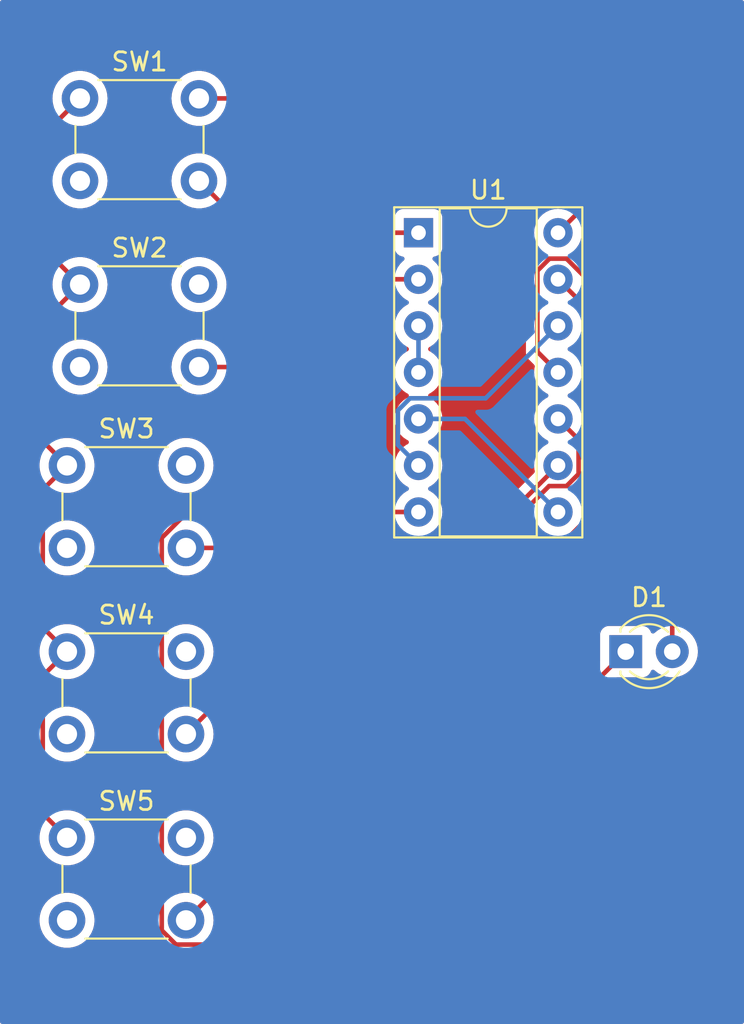
<source format=kicad_pcb>
(kicad_pcb (version 20221018) (generator pcbnew)
  (layers (0 "F.Cu" signal) (31 "B.Cu" signal) (34 "B.Paste" user) (35 "F.Paste" user) (36 "B.SilkS" user "B.Silkscreen") (37 "F.SilkS" user "F.Silkscreen") (38 "B.Mask" user) (39 "F.Mask" user) (44 "Edge.Cuts" user))
  (net 0 "")
  (net 1 "GND")
  (net 2 "Net-(D1-A)")
  (net 3 "+3.3V")
  (net 4 "Net-(SW1-Pad2)")
  (net 5 "Net-(SW2-Pad2)")
  (net 6 "Net-(SW3-Pad2)")
  (net 7 "Net-(SW4-Pad2)")
  (net 8 "Net-(SW5-Pad2)")
  (net 9 "Net-(U1-Pad3)")
  (net 10 "Net-(U1-Pad5)")
  (net 11 "Net-(U1-Pad12)")
  (footprint "Button_Switch_THT:SW_PUSH_6mm" (layer "F.Cu") (at 22.15 38.39)
    (fp_text reference "SW2" (at 3.25 -2) (layer "F.SilkS"))
    (fp_text value "SW_Push")
    (fp_line (start -0.25 1.5) (end -0.25 3) (stroke (width 0.12)) (layer "F.SilkS"))
    (fp_line (start 1 5.5) (end 5.5 5.5) (stroke (width 0.12)) (layer "F.SilkS"))
    (fp_line (start 5.5 -1) (end 1 -1) (stroke (width 0.12)) (layer "F.SilkS"))
    (fp_line (start 6.75 3) (end 6.75 1.5) (stroke (width 0.12)) (layer "F.SilkS"))
    (pad "1" thru_hole circle (at 0 0 90) (size 2 2) (drill 1.1) (layers "*.Cu" "*.Mask") (net 3 "+3.3V"))
    (pad "1" thru_hole circle (at 6.5 0 90) (size 2 2) (drill 1.1) (layers "*.Cu" "*.Mask") (net 3 "+3.3V"))
    (pad "2" thru_hole circle (at 0 4.5 90) (size 2 2) (drill 1.1) (layers "*.Cu" "*.Mask") (net 5 "Net-(SW2-Pad2)"))
    (pad "2" thru_hole circle (at 6.5 4.5 90) (size 2 2) (drill 1.1) (layers "*.Cu" "*.Mask") (net 5 "Net-(SW2-Pad2)"))
  )
  (footprint "Package_DIP:DIP-14_W7.62mm_Socket" (layer "F.Cu") (at 40.64 35.56)
    (fp_text reference "U1" (at 3.81 -2.33) (layer "F.SilkS"))
    (fp_text value "74HC00")
    (fp_line (start -1.33 -1.39) (end -1.33 16.63) (stroke (width 0.12)) (layer "F.SilkS"))
    (fp_line (start -1.33 16.63) (end 8.95 16.63) (stroke (width 0.12)) (layer "F.SilkS"))
    (fp_line (start 1.16 -1.33) (end 1.16 16.57) (stroke (width 0.12)) (layer "F.SilkS"))
    (fp_line (start 1.16 16.57) (end 6.46 16.57) (stroke (width 0.12)) (layer "F.SilkS"))
    (fp_line (start 2.81 -1.33) (end 1.16 -1.33) (stroke (width 0.12)) (layer "F.SilkS"))
    (fp_line (start 6.46 -1.33) (end 4.81 -1.33) (stroke (width 0.12)) (layer "F.SilkS"))
    (fp_line (start 6.46 16.57) (end 6.46 -1.33) (stroke (width 0.12)) (layer "F.SilkS"))
    (fp_line (start 8.95 -1.39) (end -1.33 -1.39) (stroke (width 0.12)) (layer "F.SilkS"))
    (fp_line (start 8.95 16.63) (end 8.95 -1.39) (stroke (width 0.12)) (layer "F.SilkS"))
    (fp_arc (start 4.81 -1.33) (mid 3.81 -0.33) (end 2.81 -1.33) (stroke (width 0.12)) (layer "F.SilkS"))
    (pad "1" thru_hole rect (at 0 0) (size 1.6 1.6) (drill 0.8) (layers "*.Cu" "*.Mask") (net 4 "Net-(SW1-Pad2)"))
    (pad "2" thru_hole oval (at 0 2.54) (size 1.6 1.6) (drill 0.8) (layers "*.Cu" "*.Mask") (net 5 "Net-(SW2-Pad2)"))
    (pad "3" thru_hole oval (at 0 5.08) (size 1.6 1.6) (drill 0.8) (layers "*.Cu" "*.Mask") (net 9 "Net-(U1-Pad3)"))
    (pad "4" thru_hole oval (at 0 7.62) (size 1.6 1.6) (drill 0.8) (layers "*.Cu" "*.Mask") (net 9 "Net-(U1-Pad3)"))
    (pad "5" thru_hole oval (at 0 10.16) (size 1.6 1.6) (drill 0.8) (layers "*.Cu" "*.Mask") (net 10 "Net-(U1-Pad5)"))
    (pad "6" thru_hole oval (at 0 12.7) (size 1.6 1.6) (drill 0.8) (layers "*.Cu" "*.Mask") (net 11 "Net-(U1-Pad12)"))
    (pad "7" thru_hole oval (at 0 15.24) (size 1.6 1.6) (drill 0.8) (layers "*.Cu" "*.Mask") (net 1 "GND"))
    (pad "8" thru_hole oval (at 7.62 15.24) (size 1.6 1.6) (drill 0.8) (layers "*.Cu" "*.Mask") (net 10 "Net-(U1-Pad5)"))
    (pad "9" thru_hole oval (at 7.62 12.7) (size 1.6 1.6) (drill 0.8) (layers "*.Cu" "*.Mask") (net 6 "Net-(SW3-Pad2)"))
    (pad "10" thru_hole oval (at 7.62 10.16) (size 1.6 1.6) (drill 0.8) (layers "*.Cu" "*.Mask") (net 7 "Net-(SW4-Pad2)"))
    (pad "11" thru_hole oval (at 7.62 7.62) (size 1.6 1.6) (drill 0.8) (layers "*.Cu" "*.Mask") (net 2 "Net-(D1-A)"))
    (pad "12" thru_hole oval (at 7.62 5.08) (size 1.6 1.6) (drill 0.8) (layers "*.Cu" "*.Mask") (net 11 "Net-(U1-Pad12)"))
    (pad "13" thru_hole oval (at 7.62 2.54) (size 1.6 1.6) (drill 0.8) (layers "*.Cu" "*.Mask") (net 8 "Net-(SW5-Pad2)"))
    (pad "14" thru_hole oval (at 7.62 0) (size 1.6 1.6) (drill 0.8) (layers "*.Cu" "*.Mask") (net 3 "+3.3V"))
  )
  (footprint "Button_Switch_THT:SW_PUSH_6mm" (layer "F.Cu") (at 21.44 58.42)
    (fp_text reference "SW4" (at 3.25 -2) (layer "F.SilkS"))
    (fp_text value "SW_Push")
    (fp_line (start -0.25 1.5) (end -0.25 3) (stroke (width 0.12)) (layer "F.SilkS"))
    (fp_line (start 1 5.5) (end 5.5 5.5) (stroke (width 0.12)) (layer "F.SilkS"))
    (fp_line (start 5.5 -1) (end 1 -1) (stroke (width 0.12)) (layer "F.SilkS"))
    (fp_line (start 6.75 3) (end 6.75 1.5) (stroke (width 0.12)) (layer "F.SilkS"))
    (pad "1" thru_hole circle (at 0 0 90) (size 2 2) (drill 1.1) (layers "*.Cu" "*.Mask") (net 3 "+3.3V"))
    (pad "1" thru_hole circle (at 6.5 0 90) (size 2 2) (drill 1.1) (layers "*.Cu" "*.Mask") (net 3 "+3.3V"))
    (pad "2" thru_hole circle (at 0 4.5 90) (size 2 2) (drill 1.1) (layers "*.Cu" "*.Mask") (net 7 "Net-(SW4-Pad2)"))
    (pad "2" thru_hole circle (at 6.5 4.5 90) (size 2 2) (drill 1.1) (layers "*.Cu" "*.Mask") (net 7 "Net-(SW4-Pad2)"))
  )
  (footprint "Button_Switch_THT:SW_PUSH_6mm" (layer "F.Cu") (at 21.44 48.26)
    (fp_text reference "SW3" (at 3.25 -2) (layer "F.SilkS"))
    (fp_text value "SW_Push")
    (fp_line (start -0.25 1.5) (end -0.25 3) (stroke (width 0.12)) (layer "F.SilkS"))
    (fp_line (start 1 5.5) (end 5.5 5.5) (stroke (width 0.12)) (layer "F.SilkS"))
    (fp_line (start 5.5 -1) (end 1 -1) (stroke (width 0.12)) (layer "F.SilkS"))
    (fp_line (start 6.75 3) (end 6.75 1.5) (stroke (width 0.12)) (layer "F.SilkS"))
    (pad "1" thru_hole circle (at 0 0 90) (size 2 2) (drill 1.1) (layers "*.Cu" "*.Mask") (net 3 "+3.3V"))
    (pad "1" thru_hole circle (at 6.5 0 90) (size 2 2) (drill 1.1) (layers "*.Cu" "*.Mask") (net 3 "+3.3V"))
    (pad "2" thru_hole circle (at 0 4.5 90) (size 2 2) (drill 1.1) (layers "*.Cu" "*.Mask") (net 6 "Net-(SW3-Pad2)"))
    (pad "2" thru_hole circle (at 6.5 4.5 90) (size 2 2) (drill 1.1) (layers "*.Cu" "*.Mask") (net 6 "Net-(SW3-Pad2)"))
  )
  (footprint "LED_THT:LED_D3.0mm" (layer "F.Cu") (at 51.96 58.42)
    (fp_text reference "D1" (at 1.27 -2.96) (layer "F.SilkS"))
    (fp_text value "LED")
    (fp_line (start -0.29 -1.236) (end -0.29 -1.08) (stroke (width 0.12)) (layer "F.SilkS"))
    (fp_line (start -0.29 1.08) (end -0.29 1.236) (stroke (width 0.12)) (layer "F.SilkS"))
    (fp_arc (start -0.29 -1.235516) (mid 1.366487 -1.987659) (end 2.942335 -1.078608) (stroke (width 0.12)) (layer "F.SilkS"))
    (fp_arc (start 0.229039 -1.08) (mid 1.270117 -1.5) (end 2.31113 -1.079837) (stroke (width 0.12)) (layer "F.SilkS"))
    (fp_arc (start 2.31113 1.079837) (mid 1.270117 1.5) (end 0.229039 1.08) (stroke (width 0.12)) (layer "F.SilkS"))
    (fp_arc (start 2.942335 1.078608) (mid 1.366487 1.987659) (end -0.29 1.235516) (stroke (width 0.12)) (layer "F.SilkS"))
    (pad "1" thru_hole rect (at 0 0) (size 1.8 1.8) (drill 0.9) (layers "*.Cu" "*.Mask") (net 1 "GND"))
    (pad "2" thru_hole circle (at 2.54 0) (size 1.8 1.8) (drill 0.9) (layers "*.Cu" "*.Mask") (net 2 "Net-(D1-A)"))
  )
  (footprint "Button_Switch_THT:SW_PUSH_6mm" (layer "F.Cu") (at 21.44 68.58)
    (fp_text reference "SW5" (at 3.25 -2) (layer "F.SilkS"))
    (fp_text value "SW_Push")
    (fp_line (start -0.25 1.5) (end -0.25 3) (stroke (width 0.12)) (layer "F.SilkS"))
    (fp_line (start 1 5.5) (end 5.5 5.5) (stroke (width 0.12)) (layer "F.SilkS"))
    (fp_line (start 5.5 -1) (end 1 -1) (stroke (width 0.12)) (layer "F.SilkS"))
    (fp_line (start 6.75 3) (end 6.75 1.5) (stroke (width 0.12)) (layer "F.SilkS"))
    (pad "1" thru_hole circle (at 0 0 90) (size 2 2) (drill 1.1) (layers "*.Cu" "*.Mask") (net 3 "+3.3V"))
    (pad "1" thru_hole circle (at 6.5 0 90) (size 2 2) (drill 1.1) (layers "*.Cu" "*.Mask") (net 3 "+3.3V"))
    (pad "2" thru_hole circle (at 0 4.5 90) (size 2 2) (drill 1.1) (layers "*.Cu" "*.Mask") (net 8 "Net-(SW5-Pad2)"))
    (pad "2" thru_hole circle (at 6.5 4.5 90) (size 2 2) (drill 1.1) (layers "*.Cu" "*.Mask") (net 8 "Net-(SW5-Pad2)"))
  )
  (footprint "Button_Switch_THT:SW_PUSH_6mm" (layer "F.Cu") (at 22.15 28.23)
    (fp_text reference "SW1" (at 3.25 -2) (layer "F.SilkS"))
    (fp_text value "SW_Push")
    (fp_line (start -0.25 1.5) (end -0.25 3) (stroke (width 0.12)) (layer "F.SilkS"))
    (fp_line (start 1 5.5) (end 5.5 5.5) (stroke (width 0.12)) (layer "F.SilkS"))
    (fp_line (start 5.5 -1) (end 1 -1) (stroke (width 0.12)) (layer "F.SilkS"))
    (fp_line (start 6.75 3) (end 6.75 1.5) (stroke (width 0.12)) (layer "F.SilkS"))
    (pad "1" thru_hole circle (at 0 0 90) (size 2 2) (drill 1.1) (layers "*.Cu" "*.Mask") (net 3 "+3.3V"))
    (pad "1" thru_hole circle (at 6.5 0 90) (size 2 2) (drill 1.1) (layers "*.Cu" "*.Mask") (net 3 "+3.3V"))
    (pad "2" thru_hole circle (at 0 4.5 90) (size 2 2) (drill 1.1) (layers "*.Cu" "*.Mask") (net 4 "Net-(SW1-Pad2)"))
    (pad "2" thru_hole circle (at 6.5 4.5 90) (size 2 2) (drill 1.1) (layers "*.Cu" "*.Mask") (net 4 "Net-(SW1-Pad2)"))
  )
  (segment (start 28.026167 50.8) (end 40.64 50.8) (width 0.25) (layer "F.Cu") (net 1))
  (segment (start 27.391167 74.405) (end 26.615 73.628833) (width 0.25) (layer "F.Cu") (net 1))
  (segment (start 35.975 74.405) (end 27.391167 74.405) (width 0.25) (layer "F.Cu") (net 1))
  (segment (start 26.615 73.628833) (end 26.615 52.211167) (width 0.25) (layer "F.Cu") (net 1))
  (segment (start 51.96 58.42) (end 35.975 74.405) (width 0.25) (layer "F.Cu") (net 1))
  (segment (start 26.615 52.211167) (end 28.026167 50.8) (width 0.25) (layer "F.Cu") (net 1))
  (segment (start 47.135 42.055) (end 48.26 43.18) (width 0.25) (layer "F.Cu") (net 2))
  (segment (start 47.135 37.634009) (end 47.135 42.055) (width 0.25) (layer "F.Cu") (net 2))
  (segment (start 47.794009 36.975) (end 47.135 37.634009) (width 0.25) (layer "F.Cu") (net 2))
  (segment (start 54.5 58.42) (end 54.5 42.749009) (width 0.25) (layer "F.Cu") (net 2))
  (segment (start 54.5 42.749009) (end 48.725991 36.975) (width 0.25) (layer "F.Cu") (net 2))
  (segment (start 48.725991 36.975) (end 47.794009 36.975) (width 0.25) (layer "F.Cu") (net 2))
  (segment (start 20.32 30.06) (end 22.15 28.23) (width 0.25) (layer "F.Cu") (net 3))
  (segment (start 21.44 58.42) (end 20.115 59.745) (width 0.25) (layer "F.Cu") (net 3))
  (segment (start 20.32 47.14) (end 21.44 48.26) (width 0.25) (layer "F.Cu") (net 3))
  (segment (start 22.15 38.39) (end 20.32 40.22) (width 0.25) (layer "F.Cu") (net 3))
  (segment (start 50.8 33.02) (end 48.26 35.56) (width 0.25) (layer "F.Cu") (net 3))
  (segment (start 20.32 67.46) (end 21.44 68.58) (width 0.25) (layer "F.Cu") (net 3))
  (segment (start 22.15 38.39) (end 20.32 36.56) (width 0.25) (layer "F.Cu") (net 3))
  (segment (start 20.115 59.745) (end 20.115 65.835) (width 0.25) (layer "F.Cu") (net 3))
  (segment (start 48.55 28.23) (end 50.8 30.48) (width 0.25) (layer "F.Cu") (net 3))
  (segment (start 20.115 57.095) (end 21.44 58.42) (width 0.25) (layer "F.Cu") (net 3))
  (segment (start 50.8 30.48) (end 50.8 33.02) (width 0.25) (layer "F.Cu") (net 3))
  (segment (start 28.65 28.23) (end 48.55 28.23) (width 0.25) (layer "F.Cu") (net 3))
  (segment (start 20.115 65.835) (end 20.32 66.04) (width 0.25) (layer "F.Cu") (net 3))
  (segment (start 20.32 40.22) (end 20.32 47.14) (width 0.25) (layer "F.Cu") (net 3))
  (segment (start 20.32 66.04) (end 20.32 67.46) (width 0.25) (layer "F.Cu") (net 3))
  (segment (start 20.32 36.56) (end 20.32 30.06) (width 0.25) (layer "F.Cu") (net 3))
  (segment (start 20.115 51.005) (end 20.115 57.095) (width 0.25) (layer "F.Cu") (net 3))
  (segment (start 21.44 48.26) (end 20.32 49.38) (width 0.25) (layer "F.Cu") (net 3))
  (segment (start 20.32 49.38) (end 20.32 50.8) (width 0.25) (layer "F.Cu") (net 3))
  (segment (start 20.32 50.8) (end 20.115 51.005) (width 0.25) (layer "F.Cu") (net 3))
  (segment (start 31.48 35.56) (end 40.64 35.56) (width 0.25) (layer "F.Cu") (net 4))
  (segment (start 28.65 32.73) (end 31.48 35.56) (width 0.25) (layer "F.Cu") (net 4))
  (segment (start 28.65 42.89) (end 30.77 42.89) (width 0.25) (layer "F.Cu") (net 5))
  (segment (start 35.56 38.1) (end 40.64 38.1) (width 0.25) (layer "F.Cu") (net 5))
  (segment (start 30.77 42.89) (end 35.56 38.1) (width 0.25) (layer "F.Cu") (net 5))
  (segment (start 27.94 52.76) (end 43.76 52.76) (width 0.25) (layer "F.Cu") (net 6))
  (segment (start 43.76 52.76) (end 48.26 48.26) (width 0.25) (layer "F.Cu") (net 6))
  (segment (start 27.94 62.92) (end 37.52 53.34) (width 0.25) (layer "F.Cu") (net 7))
  (segment (start 47.771396 49.385) (end 48.725991 49.385) (width 0.25) (layer "F.Cu") (net 7))
  (segment (start 49.385 46.845) (end 48.26 45.72) (width 0.25) (layer "F.Cu") (net 7))
  (segment (start 37.52 53.34) (end 43.816396 53.34) (width 0.25) (layer "F.Cu") (net 7))
  (segment (start 43.816396 53.34) (end 47.771396 49.385) (width 0.25) (layer "F.Cu") (net 7))
  (segment (start 48.725991 49.385) (end 49.385 48.725991) (width 0.25) (layer "F.Cu") (net 7))
  (segment (start 49.385 48.725991) (end 49.385 46.845) (width 0.25) (layer "F.Cu") (net 7))
  (segment (start 27.94 73.08) (end 49.835 51.185) (width 0.25) (layer "F.Cu") (net 8))
  (segment (start 49.835 39.675) (end 48.26 38.1) (width 0.25) (layer "F.Cu") (net 8))
  (segment (start 49.835 51.185) (end 49.835 39.675) (width 0.25) (layer "F.Cu") (net 8))
  (segment (start 40.64 43.18) (end 40.64 40.64) (width 0.25) (layer "B.Cu") (net 9))
  (segment (start 40.64 45.72) (end 43.18 45.72) (width 0.25) (layer "B.Cu") (net 10))
  (segment (start 43.18 45.72) (end 48.26 50.8) (width 0.25) (layer "B.Cu") (net 10))
  (segment (start 40.64 48.26) (end 39.515 47.135) (width 0.25) (layer "B.Cu") (net 11))
  (segment (start 40.174009 44.595) (end 44.305 44.595) (width 0.25) (layer "B.Cu") (net 11))
  (segment (start 39.515 45.254009) (end 40.174009 44.595) (width 0.25) (layer "B.Cu") (net 11))
  (segment (start 44.305 44.595) (end 48.26 40.64) (width 0.25) (layer "B.Cu") (net 11))
  (segment (start 39.515 47.135) (end 39.515 45.254009) (width 0.25) (layer "B.Cu") (net 11))
  (zone (net 0) (net_name "") (layers "F&B.Cu") (connect_pads (clearance 0.5)) (min_thickness 0.25) (fill yes (thermal_gap 0.5) (thermal_bridge_width 0.5) (island_removal_mode 1) (island_area_min 10))
    (polygon (pts (xy 17.78 22.86) (xy 17.78 78.74) (xy 58.42 78.74) (xy 58.42 22.86)))
  )
)
</source>
